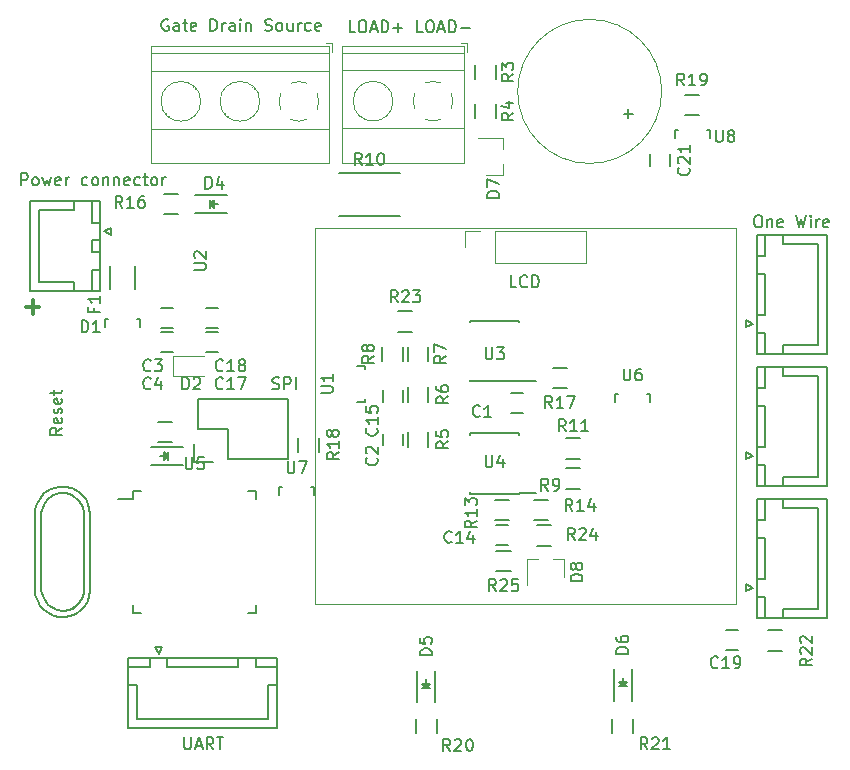
<source format=gbr>
G04 #@! TF.GenerationSoftware,KiCad,Pcbnew,(5.1.4)-1*
G04 #@! TF.CreationDate,2020-04-24T18:52:46+02:00*
G04 #@! TF.ProjectId,electronic_load,656c6563-7472-46f6-9e69-635f6c6f6164,rev?*
G04 #@! TF.SameCoordinates,Original*
G04 #@! TF.FileFunction,Legend,Top*
G04 #@! TF.FilePolarity,Positive*
%FSLAX46Y46*%
G04 Gerber Fmt 4.6, Leading zero omitted, Abs format (unit mm)*
G04 Created by KiCad (PCBNEW (5.1.4)-1) date 2020-04-24 18:52:46*
%MOMM*%
%LPD*%
G04 APERTURE LIST*
%ADD10C,0.300000*%
%ADD11C,0.120000*%
%ADD12C,0.150000*%
G04 APERTURE END LIST*
D10*
X46672571Y-93579142D02*
X47815428Y-93579142D01*
X47244000Y-94150571D02*
X47244000Y-93007714D01*
D11*
X71120000Y-118668800D02*
X71120000Y-86868000D01*
X106832400Y-118668800D02*
X71120000Y-118668800D01*
X106832400Y-86868000D02*
X106832400Y-118668800D01*
X71120000Y-86868000D02*
X106832400Y-86868000D01*
D12*
X107648000Y-117048000D02*
X108248000Y-117348000D01*
X107648000Y-117648000D02*
X107648000Y-117048000D01*
X108248000Y-117348000D02*
X107648000Y-117648000D01*
X113748000Y-110548000D02*
X113748000Y-114848000D01*
X110798000Y-110548000D02*
X113748000Y-110548000D01*
X110798000Y-109798000D02*
X110798000Y-110548000D01*
X113748000Y-119148000D02*
X113748000Y-114848000D01*
X110798000Y-119148000D02*
X113748000Y-119148000D01*
X110798000Y-119898000D02*
X110798000Y-119148000D01*
X108548000Y-109798000D02*
X108548000Y-111598000D01*
X109298000Y-109798000D02*
X108548000Y-109798000D01*
X109298000Y-111598000D02*
X109298000Y-109798000D01*
X108548000Y-111598000D02*
X109298000Y-111598000D01*
X108548000Y-118098000D02*
X108548000Y-119898000D01*
X109298000Y-118098000D02*
X108548000Y-118098000D01*
X109298000Y-119898000D02*
X109298000Y-118098000D01*
X108548000Y-119898000D02*
X109298000Y-119898000D01*
X108548000Y-113098000D02*
X108548000Y-116598000D01*
X109298000Y-113098000D02*
X108548000Y-113098000D01*
X109298000Y-116598000D02*
X109298000Y-113098000D01*
X108548000Y-116598000D02*
X109298000Y-116598000D01*
X108548000Y-109798000D02*
X108548000Y-119898000D01*
X114498000Y-109798000D02*
X108548000Y-109798000D01*
X114498000Y-119898000D02*
X114498000Y-109798000D01*
X108548000Y-119898000D02*
X114498000Y-119898000D01*
X107648000Y-105872000D02*
X108248000Y-106172000D01*
X107648000Y-106472000D02*
X107648000Y-105872000D01*
X108248000Y-106172000D02*
X107648000Y-106472000D01*
X113748000Y-99372000D02*
X113748000Y-103672000D01*
X110798000Y-99372000D02*
X113748000Y-99372000D01*
X110798000Y-98622000D02*
X110798000Y-99372000D01*
X113748000Y-107972000D02*
X113748000Y-103672000D01*
X110798000Y-107972000D02*
X113748000Y-107972000D01*
X110798000Y-108722000D02*
X110798000Y-107972000D01*
X108548000Y-98622000D02*
X108548000Y-100422000D01*
X109298000Y-98622000D02*
X108548000Y-98622000D01*
X109298000Y-100422000D02*
X109298000Y-98622000D01*
X108548000Y-100422000D02*
X109298000Y-100422000D01*
X108548000Y-106922000D02*
X108548000Y-108722000D01*
X109298000Y-106922000D02*
X108548000Y-106922000D01*
X109298000Y-108722000D02*
X109298000Y-106922000D01*
X108548000Y-108722000D02*
X109298000Y-108722000D01*
X108548000Y-101922000D02*
X108548000Y-105422000D01*
X109298000Y-101922000D02*
X108548000Y-101922000D01*
X109298000Y-105422000D02*
X109298000Y-101922000D01*
X108548000Y-105422000D02*
X109298000Y-105422000D01*
X108548000Y-98622000D02*
X108548000Y-108722000D01*
X114498000Y-98622000D02*
X108548000Y-98622000D01*
X114498000Y-108722000D02*
X114498000Y-98622000D01*
X108548000Y-108722000D02*
X114498000Y-108722000D01*
D11*
X100513000Y-75311000D02*
G75*
G03X100513000Y-75311000I-6100000J0D01*
G01*
D12*
X108548000Y-97546000D02*
X114498000Y-97546000D01*
X114498000Y-97546000D02*
X114498000Y-87446000D01*
X114498000Y-87446000D02*
X108548000Y-87446000D01*
X108548000Y-87446000D02*
X108548000Y-97546000D01*
X108548000Y-94246000D02*
X109298000Y-94246000D01*
X109298000Y-94246000D02*
X109298000Y-90746000D01*
X109298000Y-90746000D02*
X108548000Y-90746000D01*
X108548000Y-90746000D02*
X108548000Y-94246000D01*
X108548000Y-97546000D02*
X109298000Y-97546000D01*
X109298000Y-97546000D02*
X109298000Y-95746000D01*
X109298000Y-95746000D02*
X108548000Y-95746000D01*
X108548000Y-95746000D02*
X108548000Y-97546000D01*
X108548000Y-89246000D02*
X109298000Y-89246000D01*
X109298000Y-89246000D02*
X109298000Y-87446000D01*
X109298000Y-87446000D02*
X108548000Y-87446000D01*
X108548000Y-87446000D02*
X108548000Y-89246000D01*
X110798000Y-97546000D02*
X110798000Y-96796000D01*
X110798000Y-96796000D02*
X113748000Y-96796000D01*
X113748000Y-96796000D02*
X113748000Y-92496000D01*
X110798000Y-87446000D02*
X110798000Y-88196000D01*
X110798000Y-88196000D02*
X113748000Y-88196000D01*
X113748000Y-88196000D02*
X113748000Y-92496000D01*
X108248000Y-94996000D02*
X107648000Y-95296000D01*
X107648000Y-95296000D02*
X107648000Y-94696000D01*
X107648000Y-94696000D02*
X108248000Y-94996000D01*
X99480000Y-80637000D02*
X99480000Y-81637000D01*
X101180000Y-81637000D02*
X101180000Y-80637000D01*
X102463000Y-75579000D02*
X103663000Y-75579000D01*
X103663000Y-77329000D02*
X102463000Y-77329000D01*
X87722000Y-115937000D02*
X86522000Y-115937000D01*
X86522000Y-114187000D02*
X87722000Y-114187000D01*
D11*
X72599200Y-71249200D02*
X72099200Y-71249200D01*
X72599200Y-71989200D02*
X72599200Y-71249200D01*
X61026200Y-75126200D02*
X61073200Y-75080200D01*
X58729200Y-77424200D02*
X58764200Y-77388200D01*
X60833200Y-74910200D02*
X60868200Y-74875200D01*
X58524200Y-77218200D02*
X58571200Y-77172200D01*
X66026200Y-75126200D02*
X66073200Y-75080200D01*
X63729200Y-77424200D02*
X63764200Y-77388200D01*
X65833200Y-74910200D02*
X65868200Y-74875200D01*
X63524200Y-77218200D02*
X63571200Y-77172200D01*
X57239200Y-81410200D02*
X57239200Y-71489200D01*
X72359200Y-81410200D02*
X72359200Y-71489200D01*
X72359200Y-71489200D02*
X57239200Y-71489200D01*
X72359200Y-81410200D02*
X57239200Y-81410200D01*
X72359200Y-78450200D02*
X57239200Y-78450200D01*
X72359200Y-73549200D02*
X57239200Y-73549200D01*
X72359200Y-72049200D02*
X57239200Y-72049200D01*
X61479200Y-76149200D02*
G75*
G03X61479200Y-76149200I-1680000J0D01*
G01*
X66479200Y-76149200D02*
G75*
G03X66479200Y-76149200I-1680000J0D01*
G01*
X69770395Y-74468947D02*
G75*
G02X70483200Y-74614200I28805J-1680253D01*
G01*
X71334626Y-75466158D02*
G75*
G02X71334200Y-76833200I-1535426J-683042D01*
G01*
X70482242Y-77684626D02*
G75*
G02X69115200Y-77684200I-683042J1535426D01*
G01*
X68263774Y-76832242D02*
G75*
G02X68264200Y-75465200I1535426J683042D01*
G01*
X69115882Y-74614444D02*
G75*
G02X69799200Y-74469200I683318J-1534756D01*
G01*
D12*
X89951000Y-112028000D02*
X91151000Y-112028000D01*
X91151000Y-113778000D02*
X89951000Y-113778000D01*
D11*
X92258000Y-114937000D02*
X92258000Y-116397000D01*
X89098000Y-114937000D02*
X89098000Y-117097000D01*
X89098000Y-114937000D02*
X90028000Y-114937000D01*
X92258000Y-114937000D02*
X91328000Y-114937000D01*
X87104000Y-82418000D02*
X85644000Y-82418000D01*
X87104000Y-79258000D02*
X84944000Y-79258000D01*
X87104000Y-79258000D02*
X87104000Y-80188000D01*
X87104000Y-82418000D02*
X87104000Y-81488000D01*
D12*
X78203500Y-93930500D02*
X79403500Y-93930500D01*
X79403500Y-95680500D02*
X78203500Y-95680500D01*
X53789000Y-92062000D02*
X53789000Y-90062000D01*
X55939000Y-90062000D02*
X55939000Y-92062000D01*
X56363820Y-94581980D02*
X56363820Y-95283020D01*
X56163160Y-94581980D02*
X56363820Y-94581980D01*
X53364180Y-94581980D02*
X53613100Y-94581980D01*
X53364180Y-95283020D02*
X53364180Y-94581980D01*
X56163160Y-94581980D02*
X56114900Y-94581980D01*
X106989500Y-120943000D02*
X105989500Y-120943000D01*
X105989500Y-122643000D02*
X106989500Y-122643000D01*
X110706500Y-122668000D02*
X109506500Y-122668000D01*
X109506500Y-120918000D02*
X110706500Y-120918000D01*
X62611000Y-85186000D02*
X62261000Y-84836000D01*
X62611000Y-84486000D02*
X62611000Y-85186000D01*
X62261000Y-84836000D02*
X62611000Y-84486000D01*
X62611000Y-84836000D02*
X62961000Y-84836000D01*
X62261000Y-84486000D02*
X62261000Y-85186000D01*
X62511000Y-84736000D02*
X62361000Y-84886000D01*
X62511000Y-84986000D02*
X62511000Y-84736000D01*
X61011000Y-84086000D02*
X63711000Y-84086000D01*
X61011000Y-85586000D02*
X63711000Y-85586000D01*
X104623820Y-78579980D02*
X104623820Y-79281020D01*
X104423160Y-78579980D02*
X104623820Y-78579980D01*
X101624180Y-78579980D02*
X101873100Y-78579980D01*
X101624180Y-79281020D02*
X101624180Y-78579980D01*
X104423160Y-78579980D02*
X104374900Y-78579980D01*
X98093500Y-128429500D02*
X98093500Y-129629500D01*
X96343500Y-129629500D02*
X96343500Y-128429500D01*
X81456500Y-128429500D02*
X81456500Y-129629500D01*
X79706500Y-129629500D02*
X79706500Y-128429500D01*
X97568500Y-125285500D02*
X97218500Y-125635500D01*
X96868500Y-125285500D02*
X97568500Y-125285500D01*
X97218500Y-125635500D02*
X96868500Y-125285500D01*
X97218500Y-125285500D02*
X97218500Y-124935500D01*
X96868500Y-125635500D02*
X97568500Y-125635500D01*
X97118500Y-125385500D02*
X97268500Y-125535500D01*
X97368500Y-125385500D02*
X97118500Y-125385500D01*
X96468500Y-126885500D02*
X96468500Y-124185500D01*
X97968500Y-126885500D02*
X97968500Y-124185500D01*
X80931500Y-125442980D02*
X80581500Y-125792980D01*
X80231500Y-125442980D02*
X80931500Y-125442980D01*
X80581500Y-125792980D02*
X80231500Y-125442980D01*
X80581500Y-125442980D02*
X80581500Y-125092980D01*
X80231500Y-125792980D02*
X80931500Y-125792980D01*
X80481500Y-125542980D02*
X80631500Y-125692980D01*
X80731500Y-125542980D02*
X80481500Y-125542980D01*
X79831500Y-127042980D02*
X79831500Y-124342980D01*
X81331500Y-127042980D02*
X81331500Y-124342980D01*
X71093320Y-108775500D02*
X71093320Y-109476540D01*
X70892660Y-108775500D02*
X71093320Y-108775500D01*
X68093680Y-108775500D02*
X68342600Y-108775500D01*
X68093680Y-109476540D02*
X68093680Y-108775500D01*
X70892660Y-108775500D02*
X70844400Y-108775500D01*
X99543820Y-100931980D02*
X99543820Y-101633020D01*
X99343160Y-100931980D02*
X99543820Y-100931980D01*
X96544180Y-100931980D02*
X96793100Y-100931980D01*
X96544180Y-101633020D02*
X96544180Y-100931980D01*
X99343160Y-100931980D02*
X99294900Y-100931980D01*
X75374500Y-101573320D02*
X74673460Y-101573320D01*
X75374500Y-101372660D02*
X75374500Y-101573320D01*
X75374500Y-98573680D02*
X75374500Y-98822600D01*
X74673460Y-98573680D02*
X75374500Y-98573680D01*
X75374500Y-101372660D02*
X75374500Y-101324400D01*
X69737000Y-105822000D02*
X69737000Y-104622000D01*
X71487000Y-104622000D02*
X71487000Y-105822000D01*
X73168200Y-82198200D02*
X78368200Y-82198200D01*
X78368200Y-85848200D02*
X73168200Y-85848200D01*
X92482000Y-100443000D02*
X91282000Y-100443000D01*
X91282000Y-98693000D02*
X92482000Y-98693000D01*
X76874000Y-100576000D02*
X76874000Y-101576000D01*
X78574000Y-101576000D02*
X78574000Y-100576000D01*
X86495000Y-113753000D02*
X87495000Y-113753000D01*
X87495000Y-112053000D02*
X86495000Y-112053000D01*
X76874000Y-104275000D02*
X76874000Y-105275000D01*
X78574000Y-105275000D02*
X78574000Y-104275000D01*
X88765000Y-100877000D02*
X87765000Y-100877000D01*
X87765000Y-102577000D02*
X88765000Y-102577000D01*
X59594000Y-85706000D02*
X58394000Y-85706000D01*
X58394000Y-83956000D02*
X59594000Y-83956000D01*
X55362000Y-123280000D02*
X55362000Y-129230000D01*
X55362000Y-129230000D02*
X67962000Y-129230000D01*
X67962000Y-129230000D02*
X67962000Y-123280000D01*
X67962000Y-123280000D02*
X55362000Y-123280000D01*
X58662000Y-123280000D02*
X58662000Y-124030000D01*
X58662000Y-124030000D02*
X64662000Y-124030000D01*
X64662000Y-124030000D02*
X64662000Y-123280000D01*
X64662000Y-123280000D02*
X58662000Y-123280000D01*
X55362000Y-123280000D02*
X55362000Y-124030000D01*
X55362000Y-124030000D02*
X57162000Y-124030000D01*
X57162000Y-124030000D02*
X57162000Y-123280000D01*
X57162000Y-123280000D02*
X55362000Y-123280000D01*
X66162000Y-123280000D02*
X66162000Y-124030000D01*
X66162000Y-124030000D02*
X67962000Y-124030000D01*
X67962000Y-124030000D02*
X67962000Y-123280000D01*
X67962000Y-123280000D02*
X66162000Y-123280000D01*
X55362000Y-125530000D02*
X56112000Y-125530000D01*
X56112000Y-125530000D02*
X56112000Y-128480000D01*
X56112000Y-128480000D02*
X61662000Y-128480000D01*
X67962000Y-125530000D02*
X67212000Y-125530000D01*
X67212000Y-125530000D02*
X67212000Y-128480000D01*
X67212000Y-128480000D02*
X61662000Y-128480000D01*
X57912000Y-122980000D02*
X57612000Y-122380000D01*
X57612000Y-122380000D02*
X58212000Y-122380000D01*
X58212000Y-122380000D02*
X57912000Y-122980000D01*
D11*
X86435000Y-89798000D02*
X86435000Y-87138000D01*
X86435000Y-89798000D02*
X94115000Y-89798000D01*
X94115000Y-89798000D02*
X94115000Y-87138000D01*
X86435000Y-87138000D02*
X94115000Y-87138000D01*
X83835000Y-87138000D02*
X85165000Y-87138000D01*
X83835000Y-88468000D02*
X83835000Y-87138000D01*
D12*
X62968000Y-93638000D02*
X61968000Y-93638000D01*
X61968000Y-95338000D02*
X62968000Y-95338000D01*
X62968000Y-95670000D02*
X61968000Y-95670000D01*
X61968000Y-97370000D02*
X62968000Y-97370000D01*
X58158000Y-97370000D02*
X59158000Y-97370000D01*
X59158000Y-95670000D02*
X58158000Y-95670000D01*
X58158000Y-95338000D02*
X59158000Y-95338000D01*
X59158000Y-93638000D02*
X58158000Y-93638000D01*
X78599000Y-96936000D02*
X78599000Y-98136000D01*
X76849000Y-98136000D02*
X76849000Y-96936000D01*
X79008000Y-98136000D02*
X79008000Y-96936000D01*
X80758000Y-96936000D02*
X80758000Y-98136000D01*
X80758000Y-100365000D02*
X80758000Y-101565000D01*
X79008000Y-101565000D02*
X79008000Y-100365000D01*
X84723000Y-74260000D02*
X84723000Y-73060000D01*
X86473000Y-73060000D02*
X86473000Y-74260000D01*
X52996000Y-84612000D02*
X47046000Y-84612000D01*
X47046000Y-84612000D02*
X47046000Y-92212000D01*
X47046000Y-92212000D02*
X52996000Y-92212000D01*
X52996000Y-92212000D02*
X52996000Y-84612000D01*
X52996000Y-87912000D02*
X52246000Y-87912000D01*
X52246000Y-87912000D02*
X52246000Y-88912000D01*
X52246000Y-88912000D02*
X52996000Y-88912000D01*
X52996000Y-88912000D02*
X52996000Y-87912000D01*
X52996000Y-84612000D02*
X52246000Y-84612000D01*
X52246000Y-84612000D02*
X52246000Y-86412000D01*
X52246000Y-86412000D02*
X52996000Y-86412000D01*
X52996000Y-86412000D02*
X52996000Y-84612000D01*
X52996000Y-90412000D02*
X52246000Y-90412000D01*
X52246000Y-90412000D02*
X52246000Y-92212000D01*
X52246000Y-92212000D02*
X52996000Y-92212000D01*
X52996000Y-92212000D02*
X52996000Y-90412000D01*
X50746000Y-84612000D02*
X50746000Y-85362000D01*
X50746000Y-85362000D02*
X47796000Y-85362000D01*
X47796000Y-85362000D02*
X47796000Y-88412000D01*
X50746000Y-92212000D02*
X50746000Y-91462000D01*
X50746000Y-91462000D02*
X47796000Y-91462000D01*
X47796000Y-91462000D02*
X47796000Y-88412000D01*
X53296000Y-87162000D02*
X53896000Y-86862000D01*
X53896000Y-86862000D02*
X53896000Y-87462000D01*
X53896000Y-87462000D02*
X53296000Y-87162000D01*
X63754000Y-101346000D02*
X61214000Y-101346000D01*
X61214000Y-101346000D02*
X61214000Y-103886000D01*
X60934000Y-106706000D02*
X62484000Y-106706000D01*
X68834000Y-101346000D02*
X63754000Y-101346000D01*
X68834000Y-106426000D02*
X68834000Y-101346000D01*
X63754000Y-103886000D02*
X63754000Y-106426000D01*
X61214000Y-103886000D02*
X63754000Y-103886000D01*
X60934000Y-106706000D02*
X60934000Y-105156000D01*
X63754000Y-106426000D02*
X68834000Y-106426000D01*
D11*
X80469682Y-74601744D02*
G75*
G02X81153000Y-74456500I683318J-1534756D01*
G01*
X79617574Y-76819542D02*
G75*
G02X79618000Y-75452500I1535426J683042D01*
G01*
X81836042Y-77671926D02*
G75*
G02X80469000Y-77671500I-683042J1535426D01*
G01*
X82688426Y-75453458D02*
G75*
G02X82688000Y-76820500I-1535426J-683042D01*
G01*
X81124195Y-74456247D02*
G75*
G02X81837000Y-74601500I28805J-1680253D01*
G01*
X77753000Y-76136500D02*
G75*
G03X77753000Y-76136500I-1680000J0D01*
G01*
X83753000Y-72036500D02*
X73473000Y-72036500D01*
X83753000Y-73536500D02*
X73473000Y-73536500D01*
X83753000Y-78437500D02*
X73473000Y-78437500D01*
X83753000Y-81397500D02*
X73473000Y-81397500D01*
X83753000Y-71476500D02*
X73473000Y-71476500D01*
X83753000Y-81397500D02*
X83753000Y-71476500D01*
X73473000Y-81397500D02*
X73473000Y-71476500D01*
X74798000Y-77205500D02*
X74845000Y-77159500D01*
X77107000Y-74897500D02*
X77142000Y-74862500D01*
X75003000Y-77411500D02*
X75038000Y-77375500D01*
X77300000Y-75113500D02*
X77347000Y-75067500D01*
X83993000Y-71976500D02*
X83993000Y-71236500D01*
X83993000Y-71236500D02*
X83493000Y-71236500D01*
D12*
X52113180Y-111099600D02*
X52113180Y-117551200D01*
X47492920Y-117970300D02*
X47663100Y-118460520D01*
X47454820Y-117551200D02*
X47492920Y-117970300D01*
X47454820Y-111099600D02*
X47454820Y-117551200D01*
X52044600Y-118031260D02*
X52113180Y-117589300D01*
X51904900Y-118460520D02*
X52044600Y-118031260D01*
X51673760Y-118849140D02*
X51904900Y-118460520D01*
X51353720Y-119199660D02*
X51673760Y-118849140D01*
X50883820Y-119560340D02*
X51353720Y-119199660D01*
X50434240Y-119750840D02*
X50883820Y-119560340D01*
X49974500Y-119839740D02*
X50434240Y-119750840D01*
X49514760Y-119819420D02*
X49974500Y-119839740D01*
X49044860Y-119710200D02*
X49514760Y-119819420D01*
X48493680Y-119410480D02*
X49044860Y-119710200D01*
X48163480Y-119159020D02*
X48493680Y-119410480D01*
X47884080Y-118838980D02*
X48163480Y-119159020D01*
X47663100Y-118460520D02*
X47884080Y-118838980D01*
X47475140Y-110680500D02*
X47444660Y-111119920D01*
X47635160Y-110230920D02*
X47475140Y-110680500D01*
X47843440Y-109809280D02*
X47635160Y-110230920D01*
X48214280Y-109349540D02*
X47843440Y-109809280D01*
X48803560Y-108950760D02*
X48214280Y-109349540D01*
X49504600Y-108780580D02*
X48803560Y-108950760D01*
X50015140Y-108780580D02*
X49504600Y-108780580D01*
X50614580Y-108910120D02*
X50015140Y-108780580D01*
X51153060Y-109199680D02*
X50614580Y-108910120D01*
X51503580Y-109529880D02*
X51153060Y-109199680D01*
X51734720Y-109819440D02*
X51503580Y-109529880D01*
X51953160Y-110251240D02*
X51734720Y-109819440D01*
X52064920Y-110650020D02*
X51953160Y-110251240D01*
X52113180Y-111109760D02*
X52064920Y-110650020D01*
X51183540Y-118600220D02*
X50683160Y-119100600D01*
X51483260Y-118099840D02*
X51183540Y-118600220D01*
X51584860Y-117701060D02*
X51483260Y-118099840D01*
X51584860Y-111099600D02*
X51584860Y-117701060D01*
X51483260Y-110500160D02*
X51584860Y-111000540D01*
X51183540Y-109999780D02*
X51483260Y-110500160D01*
X50584100Y-109499400D02*
X51183540Y-109999780D01*
X50083720Y-109298740D02*
X50584100Y-109499400D01*
X49583340Y-109298740D02*
X50083720Y-109298740D01*
X48983900Y-109499400D02*
X49583340Y-109298740D01*
X48483520Y-109900720D02*
X48983900Y-109499400D01*
X48183800Y-110299500D02*
X48483520Y-109900720D01*
X47983140Y-111000540D02*
X48183800Y-110299500D01*
X47983140Y-117599460D02*
X47983140Y-111000540D01*
X48183800Y-118198900D02*
X47983140Y-117599460D01*
X48585120Y-118800880D02*
X48183800Y-118198900D01*
X49283620Y-119199660D02*
X48585120Y-118800880D01*
X49784000Y-119301260D02*
X49283620Y-119199660D01*
X50383440Y-119199660D02*
X49784000Y-119301260D01*
X50784760Y-118999000D02*
X50383440Y-119199660D01*
X55785000Y-109125000D02*
X55785000Y-109800000D01*
X66135000Y-109125000D02*
X66135000Y-109800000D01*
X66135000Y-119475000D02*
X66135000Y-118800000D01*
X55785000Y-119475000D02*
X55785000Y-118800000D01*
X55785000Y-109125000D02*
X56460000Y-109125000D01*
X55785000Y-119475000D02*
X56460000Y-119475000D01*
X66135000Y-119475000D02*
X65460000Y-119475000D01*
X66135000Y-109125000D02*
X65460000Y-109125000D01*
X55785000Y-109800000D02*
X54510000Y-109800000D01*
X88435000Y-109332000D02*
X89835000Y-109332000D01*
X88435000Y-104232000D02*
X84285000Y-104232000D01*
X88435000Y-109382000D02*
X84285000Y-109382000D01*
X88435000Y-104232000D02*
X88435000Y-104377000D01*
X84285000Y-104232000D02*
X84285000Y-104377000D01*
X84285000Y-109382000D02*
X84285000Y-109237000D01*
X88435000Y-109382000D02*
X88435000Y-109332000D01*
X88435000Y-99857000D02*
X88435000Y-99807000D01*
X84285000Y-99857000D02*
X84285000Y-99712000D01*
X84285000Y-94707000D02*
X84285000Y-94852000D01*
X88435000Y-94707000D02*
X88435000Y-94852000D01*
X88435000Y-99857000D02*
X84285000Y-99857000D01*
X88435000Y-94707000D02*
X84285000Y-94707000D01*
X88435000Y-99807000D02*
X89835000Y-99807000D01*
X92425000Y-107202000D02*
X93625000Y-107202000D01*
X93625000Y-108952000D02*
X92425000Y-108952000D01*
X86395000Y-109869000D02*
X87595000Y-109869000D01*
X87595000Y-111619000D02*
X86395000Y-111619000D01*
X93630000Y-106412000D02*
X92430000Y-106412000D01*
X92430000Y-104662000D02*
X93630000Y-104662000D01*
X90897000Y-111619000D02*
X89697000Y-111619000D01*
X89697000Y-109869000D02*
X90897000Y-109869000D01*
X80758000Y-104175000D02*
X80758000Y-105375000D01*
X79008000Y-105375000D02*
X79008000Y-104175000D01*
X84723000Y-77562000D02*
X84723000Y-76362000D01*
X86473000Y-76362000D02*
X86473000Y-77562000D01*
X59086000Y-105015000D02*
X57886000Y-105015000D01*
X57886000Y-103265000D02*
X59086000Y-103265000D01*
X58386980Y-105822000D02*
X58736980Y-106172000D01*
X58386980Y-106522000D02*
X58386980Y-105822000D01*
X58736980Y-106172000D02*
X58386980Y-106522000D01*
X58386980Y-106172000D02*
X58036980Y-106172000D01*
X58736980Y-106522000D02*
X58736980Y-105822000D01*
X58486980Y-106272000D02*
X58636980Y-106122000D01*
X58486980Y-106022000D02*
X58486980Y-106272000D01*
X59986980Y-106922000D02*
X57286980Y-106922000D01*
X59986980Y-105422000D02*
X57286980Y-105422000D01*
D11*
X59172000Y-97702000D02*
X61722000Y-97702000D01*
X59172000Y-99402000D02*
X61722000Y-99402000D01*
X59172000Y-97702000D02*
X59172000Y-99402000D01*
D12*
X97282047Y-77182428D02*
X98043952Y-77182428D01*
X97663000Y-77563380D02*
X97663000Y-76801476D01*
X108601238Y-85812380D02*
X108791714Y-85812380D01*
X108886952Y-85860000D01*
X108982190Y-85955238D01*
X109029809Y-86145714D01*
X109029809Y-86479047D01*
X108982190Y-86669523D01*
X108886952Y-86764761D01*
X108791714Y-86812380D01*
X108601238Y-86812380D01*
X108506000Y-86764761D01*
X108410761Y-86669523D01*
X108363142Y-86479047D01*
X108363142Y-86145714D01*
X108410761Y-85955238D01*
X108506000Y-85860000D01*
X108601238Y-85812380D01*
X109458380Y-86145714D02*
X109458380Y-86812380D01*
X109458380Y-86240952D02*
X109506000Y-86193333D01*
X109601238Y-86145714D01*
X109744095Y-86145714D01*
X109839333Y-86193333D01*
X109886952Y-86288571D01*
X109886952Y-86812380D01*
X110744095Y-86764761D02*
X110648857Y-86812380D01*
X110458380Y-86812380D01*
X110363142Y-86764761D01*
X110315523Y-86669523D01*
X110315523Y-86288571D01*
X110363142Y-86193333D01*
X110458380Y-86145714D01*
X110648857Y-86145714D01*
X110744095Y-86193333D01*
X110791714Y-86288571D01*
X110791714Y-86383809D01*
X110315523Y-86479047D01*
X111886952Y-85812380D02*
X112125047Y-86812380D01*
X112315523Y-86098095D01*
X112506000Y-86812380D01*
X112744095Y-85812380D01*
X113125047Y-86812380D02*
X113125047Y-86145714D01*
X113125047Y-85812380D02*
X113077428Y-85860000D01*
X113125047Y-85907619D01*
X113172666Y-85860000D01*
X113125047Y-85812380D01*
X113125047Y-85907619D01*
X113601238Y-86812380D02*
X113601238Y-86145714D01*
X113601238Y-86336190D02*
X113648857Y-86240952D01*
X113696476Y-86193333D01*
X113791714Y-86145714D01*
X113886952Y-86145714D01*
X114601238Y-86764761D02*
X114506000Y-86812380D01*
X114315523Y-86812380D01*
X114220285Y-86764761D01*
X114172666Y-86669523D01*
X114172666Y-86288571D01*
X114220285Y-86193333D01*
X114315523Y-86145714D01*
X114506000Y-86145714D01*
X114601238Y-86193333D01*
X114648857Y-86288571D01*
X114648857Y-86383809D01*
X114172666Y-86479047D01*
X102787142Y-81779857D02*
X102834761Y-81827476D01*
X102882380Y-81970333D01*
X102882380Y-82065571D01*
X102834761Y-82208428D01*
X102739523Y-82303666D01*
X102644285Y-82351285D01*
X102453809Y-82398904D01*
X102310952Y-82398904D01*
X102120476Y-82351285D01*
X102025238Y-82303666D01*
X101930000Y-82208428D01*
X101882380Y-82065571D01*
X101882380Y-81970333D01*
X101930000Y-81827476D01*
X101977619Y-81779857D01*
X101977619Y-81398904D02*
X101930000Y-81351285D01*
X101882380Y-81256047D01*
X101882380Y-81017952D01*
X101930000Y-80922714D01*
X101977619Y-80875095D01*
X102072857Y-80827476D01*
X102168095Y-80827476D01*
X102310952Y-80875095D01*
X102882380Y-81446523D01*
X102882380Y-80827476D01*
X102882380Y-79875095D02*
X102882380Y-80446523D01*
X102882380Y-80160809D02*
X101882380Y-80160809D01*
X102025238Y-80256047D01*
X102120476Y-80351285D01*
X102168095Y-80446523D01*
X102420142Y-74806380D02*
X102086809Y-74330190D01*
X101848714Y-74806380D02*
X101848714Y-73806380D01*
X102229666Y-73806380D01*
X102324904Y-73854000D01*
X102372523Y-73901619D01*
X102420142Y-73996857D01*
X102420142Y-74139714D01*
X102372523Y-74234952D01*
X102324904Y-74282571D01*
X102229666Y-74330190D01*
X101848714Y-74330190D01*
X103372523Y-74806380D02*
X102801095Y-74806380D01*
X103086809Y-74806380D02*
X103086809Y-73806380D01*
X102991571Y-73949238D01*
X102896333Y-74044476D01*
X102801095Y-74092095D01*
X103848714Y-74806380D02*
X104039190Y-74806380D01*
X104134428Y-74758761D01*
X104182047Y-74711142D01*
X104277285Y-74568285D01*
X104324904Y-74377809D01*
X104324904Y-73996857D01*
X104277285Y-73901619D01*
X104229666Y-73854000D01*
X104134428Y-73806380D01*
X103943952Y-73806380D01*
X103848714Y-73854000D01*
X103801095Y-73901619D01*
X103753476Y-73996857D01*
X103753476Y-74234952D01*
X103801095Y-74330190D01*
X103848714Y-74377809D01*
X103943952Y-74425428D01*
X104134428Y-74425428D01*
X104229666Y-74377809D01*
X104277285Y-74330190D01*
X104324904Y-74234952D01*
X86479142Y-117614380D02*
X86145809Y-117138190D01*
X85907714Y-117614380D02*
X85907714Y-116614380D01*
X86288666Y-116614380D01*
X86383904Y-116662000D01*
X86431523Y-116709619D01*
X86479142Y-116804857D01*
X86479142Y-116947714D01*
X86431523Y-117042952D01*
X86383904Y-117090571D01*
X86288666Y-117138190D01*
X85907714Y-117138190D01*
X86860095Y-116709619D02*
X86907714Y-116662000D01*
X87002952Y-116614380D01*
X87241047Y-116614380D01*
X87336285Y-116662000D01*
X87383904Y-116709619D01*
X87431523Y-116804857D01*
X87431523Y-116900095D01*
X87383904Y-117042952D01*
X86812476Y-117614380D01*
X87431523Y-117614380D01*
X88336285Y-116614380D02*
X87860095Y-116614380D01*
X87812476Y-117090571D01*
X87860095Y-117042952D01*
X87955333Y-116995333D01*
X88193428Y-116995333D01*
X88288666Y-117042952D01*
X88336285Y-117090571D01*
X88383904Y-117185809D01*
X88383904Y-117423904D01*
X88336285Y-117519142D01*
X88288666Y-117566761D01*
X88193428Y-117614380D01*
X87955333Y-117614380D01*
X87860095Y-117566761D01*
X87812476Y-117519142D01*
X58730333Y-69223000D02*
X58635095Y-69175380D01*
X58492238Y-69175380D01*
X58349380Y-69223000D01*
X58254142Y-69318238D01*
X58206523Y-69413476D01*
X58158904Y-69603952D01*
X58158904Y-69746809D01*
X58206523Y-69937285D01*
X58254142Y-70032523D01*
X58349380Y-70127761D01*
X58492238Y-70175380D01*
X58587476Y-70175380D01*
X58730333Y-70127761D01*
X58777952Y-70080142D01*
X58777952Y-69746809D01*
X58587476Y-69746809D01*
X59635095Y-70175380D02*
X59635095Y-69651571D01*
X59587476Y-69556333D01*
X59492238Y-69508714D01*
X59301761Y-69508714D01*
X59206523Y-69556333D01*
X59635095Y-70127761D02*
X59539857Y-70175380D01*
X59301761Y-70175380D01*
X59206523Y-70127761D01*
X59158904Y-70032523D01*
X59158904Y-69937285D01*
X59206523Y-69842047D01*
X59301761Y-69794428D01*
X59539857Y-69794428D01*
X59635095Y-69746809D01*
X59968428Y-69508714D02*
X60349380Y-69508714D01*
X60111285Y-69175380D02*
X60111285Y-70032523D01*
X60158904Y-70127761D01*
X60254142Y-70175380D01*
X60349380Y-70175380D01*
X61063666Y-70127761D02*
X60968428Y-70175380D01*
X60777952Y-70175380D01*
X60682714Y-70127761D01*
X60635095Y-70032523D01*
X60635095Y-69651571D01*
X60682714Y-69556333D01*
X60777952Y-69508714D01*
X60968428Y-69508714D01*
X61063666Y-69556333D01*
X61111285Y-69651571D01*
X61111285Y-69746809D01*
X60635095Y-69842047D01*
X62301761Y-70175380D02*
X62301761Y-69175380D01*
X62539857Y-69175380D01*
X62682714Y-69223000D01*
X62777952Y-69318238D01*
X62825571Y-69413476D01*
X62873190Y-69603952D01*
X62873190Y-69746809D01*
X62825571Y-69937285D01*
X62777952Y-70032523D01*
X62682714Y-70127761D01*
X62539857Y-70175380D01*
X62301761Y-70175380D01*
X63301761Y-70175380D02*
X63301761Y-69508714D01*
X63301761Y-69699190D02*
X63349380Y-69603952D01*
X63396999Y-69556333D01*
X63492238Y-69508714D01*
X63587476Y-69508714D01*
X64349380Y-70175380D02*
X64349380Y-69651571D01*
X64301761Y-69556333D01*
X64206523Y-69508714D01*
X64016047Y-69508714D01*
X63920809Y-69556333D01*
X64349380Y-70127761D02*
X64254142Y-70175380D01*
X64016047Y-70175380D01*
X63920809Y-70127761D01*
X63873190Y-70032523D01*
X63873190Y-69937285D01*
X63920809Y-69842047D01*
X64016047Y-69794428D01*
X64254142Y-69794428D01*
X64349380Y-69746809D01*
X64825571Y-70175380D02*
X64825571Y-69508714D01*
X64825571Y-69175380D02*
X64777952Y-69223000D01*
X64825571Y-69270619D01*
X64873190Y-69223000D01*
X64825571Y-69175380D01*
X64825571Y-69270619D01*
X65301761Y-69508714D02*
X65301761Y-70175380D01*
X65301761Y-69603952D02*
X65349380Y-69556333D01*
X65444619Y-69508714D01*
X65587476Y-69508714D01*
X65682714Y-69556333D01*
X65730333Y-69651571D01*
X65730333Y-70175380D01*
X66920809Y-70127761D02*
X67063666Y-70175380D01*
X67301761Y-70175380D01*
X67397000Y-70127761D01*
X67444619Y-70080142D01*
X67492238Y-69984904D01*
X67492238Y-69889666D01*
X67444619Y-69794428D01*
X67397000Y-69746809D01*
X67301761Y-69699190D01*
X67111285Y-69651571D01*
X67016047Y-69603952D01*
X66968428Y-69556333D01*
X66920809Y-69461095D01*
X66920809Y-69365857D01*
X66968428Y-69270619D01*
X67016047Y-69223000D01*
X67111285Y-69175380D01*
X67349380Y-69175380D01*
X67492238Y-69223000D01*
X68063666Y-70175380D02*
X67968428Y-70127761D01*
X67920809Y-70080142D01*
X67873190Y-69984904D01*
X67873190Y-69699190D01*
X67920809Y-69603952D01*
X67968428Y-69556333D01*
X68063666Y-69508714D01*
X68206523Y-69508714D01*
X68301761Y-69556333D01*
X68349380Y-69603952D01*
X68397000Y-69699190D01*
X68397000Y-69984904D01*
X68349380Y-70080142D01*
X68301761Y-70127761D01*
X68206523Y-70175380D01*
X68063666Y-70175380D01*
X69254142Y-69508714D02*
X69254142Y-70175380D01*
X68825571Y-69508714D02*
X68825571Y-70032523D01*
X68873190Y-70127761D01*
X68968428Y-70175380D01*
X69111285Y-70175380D01*
X69206523Y-70127761D01*
X69254142Y-70080142D01*
X69730333Y-70175380D02*
X69730333Y-69508714D01*
X69730333Y-69699190D02*
X69777952Y-69603952D01*
X69825571Y-69556333D01*
X69920809Y-69508714D01*
X70016047Y-69508714D01*
X70777952Y-70127761D02*
X70682714Y-70175380D01*
X70492238Y-70175380D01*
X70397000Y-70127761D01*
X70349380Y-70080142D01*
X70301761Y-69984904D01*
X70301761Y-69699190D01*
X70349380Y-69603952D01*
X70397000Y-69556333D01*
X70492238Y-69508714D01*
X70682714Y-69508714D01*
X70777952Y-69556333D01*
X71587476Y-70127761D02*
X71492238Y-70175380D01*
X71301761Y-70175380D01*
X71206523Y-70127761D01*
X71158904Y-70032523D01*
X71158904Y-69651571D01*
X71206523Y-69556333D01*
X71301761Y-69508714D01*
X71492238Y-69508714D01*
X71587476Y-69556333D01*
X71635095Y-69651571D01*
X71635095Y-69746809D01*
X71158904Y-69842047D01*
X93146642Y-113291880D02*
X92813309Y-112815690D01*
X92575214Y-113291880D02*
X92575214Y-112291880D01*
X92956166Y-112291880D01*
X93051404Y-112339500D01*
X93099023Y-112387119D01*
X93146642Y-112482357D01*
X93146642Y-112625214D01*
X93099023Y-112720452D01*
X93051404Y-112768071D01*
X92956166Y-112815690D01*
X92575214Y-112815690D01*
X93527595Y-112387119D02*
X93575214Y-112339500D01*
X93670452Y-112291880D01*
X93908547Y-112291880D01*
X94003785Y-112339500D01*
X94051404Y-112387119D01*
X94099023Y-112482357D01*
X94099023Y-112577595D01*
X94051404Y-112720452D01*
X93479976Y-113291880D01*
X94099023Y-113291880D01*
X94956166Y-112625214D02*
X94956166Y-113291880D01*
X94718071Y-112244261D02*
X94479976Y-112958547D01*
X95099023Y-112958547D01*
X93797380Y-116752595D02*
X92797380Y-116752595D01*
X92797380Y-116514500D01*
X92845000Y-116371642D01*
X92940238Y-116276404D01*
X93035476Y-116228785D01*
X93225952Y-116181166D01*
X93368809Y-116181166D01*
X93559285Y-116228785D01*
X93654523Y-116276404D01*
X93749761Y-116371642D01*
X93797380Y-116514500D01*
X93797380Y-116752595D01*
X93225952Y-115609738D02*
X93178333Y-115704976D01*
X93130714Y-115752595D01*
X93035476Y-115800214D01*
X92987857Y-115800214D01*
X92892619Y-115752595D01*
X92845000Y-115704976D01*
X92797380Y-115609738D01*
X92797380Y-115419261D01*
X92845000Y-115324023D01*
X92892619Y-115276404D01*
X92987857Y-115228785D01*
X93035476Y-115228785D01*
X93130714Y-115276404D01*
X93178333Y-115324023D01*
X93225952Y-115419261D01*
X93225952Y-115609738D01*
X93273571Y-115704976D01*
X93321190Y-115752595D01*
X93416428Y-115800214D01*
X93606904Y-115800214D01*
X93702142Y-115752595D01*
X93749761Y-115704976D01*
X93797380Y-115609738D01*
X93797380Y-115419261D01*
X93749761Y-115324023D01*
X93702142Y-115276404D01*
X93606904Y-115228785D01*
X93416428Y-115228785D01*
X93321190Y-115276404D01*
X93273571Y-115324023D01*
X93225952Y-115419261D01*
X86748880Y-84304095D02*
X85748880Y-84304095D01*
X85748880Y-84066000D01*
X85796500Y-83923142D01*
X85891738Y-83827904D01*
X85986976Y-83780285D01*
X86177452Y-83732666D01*
X86320309Y-83732666D01*
X86510785Y-83780285D01*
X86606023Y-83827904D01*
X86701261Y-83923142D01*
X86748880Y-84066000D01*
X86748880Y-84304095D01*
X85748880Y-83399333D02*
X85748880Y-82732666D01*
X86748880Y-83161238D01*
X78160642Y-93157880D02*
X77827309Y-92681690D01*
X77589214Y-93157880D02*
X77589214Y-92157880D01*
X77970166Y-92157880D01*
X78065404Y-92205500D01*
X78113023Y-92253119D01*
X78160642Y-92348357D01*
X78160642Y-92491214D01*
X78113023Y-92586452D01*
X78065404Y-92634071D01*
X77970166Y-92681690D01*
X77589214Y-92681690D01*
X78541595Y-92253119D02*
X78589214Y-92205500D01*
X78684452Y-92157880D01*
X78922547Y-92157880D01*
X79017785Y-92205500D01*
X79065404Y-92253119D01*
X79113023Y-92348357D01*
X79113023Y-92443595D01*
X79065404Y-92586452D01*
X78493976Y-93157880D01*
X79113023Y-93157880D01*
X79446357Y-92157880D02*
X80065404Y-92157880D01*
X79732071Y-92538833D01*
X79874928Y-92538833D01*
X79970166Y-92586452D01*
X80017785Y-92634071D01*
X80065404Y-92729309D01*
X80065404Y-92967404D01*
X80017785Y-93062642D01*
X79970166Y-93110261D01*
X79874928Y-93157880D01*
X79589214Y-93157880D01*
X79493976Y-93110261D01*
X79446357Y-93062642D01*
X52443071Y-93678333D02*
X52443071Y-94011666D01*
X52966880Y-94011666D02*
X51966880Y-94011666D01*
X51966880Y-93535476D01*
X52966880Y-92630714D02*
X52966880Y-93202142D01*
X52966880Y-92916428D02*
X51966880Y-92916428D01*
X52109738Y-93011666D01*
X52204976Y-93106904D01*
X52252595Y-93202142D01*
X51395404Y-95702380D02*
X51395404Y-94702380D01*
X51633500Y-94702380D01*
X51776357Y-94750000D01*
X51871595Y-94845238D01*
X51919214Y-94940476D01*
X51966833Y-95130952D01*
X51966833Y-95273809D01*
X51919214Y-95464285D01*
X51871595Y-95559523D01*
X51776357Y-95654761D01*
X51633500Y-95702380D01*
X51395404Y-95702380D01*
X52919214Y-95702380D02*
X52347785Y-95702380D01*
X52633500Y-95702380D02*
X52633500Y-94702380D01*
X52538261Y-94845238D01*
X52443023Y-94940476D01*
X52347785Y-94988095D01*
X105275142Y-124055142D02*
X105227523Y-124102761D01*
X105084666Y-124150380D01*
X104989428Y-124150380D01*
X104846571Y-124102761D01*
X104751333Y-124007523D01*
X104703714Y-123912285D01*
X104656095Y-123721809D01*
X104656095Y-123578952D01*
X104703714Y-123388476D01*
X104751333Y-123293238D01*
X104846571Y-123198000D01*
X104989428Y-123150380D01*
X105084666Y-123150380D01*
X105227523Y-123198000D01*
X105275142Y-123245619D01*
X106227523Y-124150380D02*
X105656095Y-124150380D01*
X105941809Y-124150380D02*
X105941809Y-123150380D01*
X105846571Y-123293238D01*
X105751333Y-123388476D01*
X105656095Y-123436095D01*
X106703714Y-124150380D02*
X106894190Y-124150380D01*
X106989428Y-124102761D01*
X107037047Y-124055142D01*
X107132285Y-123912285D01*
X107179904Y-123721809D01*
X107179904Y-123340857D01*
X107132285Y-123245619D01*
X107084666Y-123198000D01*
X106989428Y-123150380D01*
X106798952Y-123150380D01*
X106703714Y-123198000D01*
X106656095Y-123245619D01*
X106608476Y-123340857D01*
X106608476Y-123578952D01*
X106656095Y-123674190D01*
X106703714Y-123721809D01*
X106798952Y-123769428D01*
X106989428Y-123769428D01*
X107084666Y-123721809D01*
X107132285Y-123674190D01*
X107179904Y-123578952D01*
X60920380Y-90423904D02*
X61729904Y-90423904D01*
X61825142Y-90376285D01*
X61872761Y-90328666D01*
X61920380Y-90233428D01*
X61920380Y-90042952D01*
X61872761Y-89947714D01*
X61825142Y-89900095D01*
X61729904Y-89852476D01*
X60920380Y-89852476D01*
X61015619Y-89423904D02*
X60968000Y-89376285D01*
X60920380Y-89281047D01*
X60920380Y-89042952D01*
X60968000Y-88947714D01*
X61015619Y-88900095D01*
X61110857Y-88852476D01*
X61206095Y-88852476D01*
X61348952Y-88900095D01*
X61920380Y-89471523D01*
X61920380Y-88852476D01*
X113228380Y-123324857D02*
X112752190Y-123658190D01*
X113228380Y-123896285D02*
X112228380Y-123896285D01*
X112228380Y-123515333D01*
X112276000Y-123420095D01*
X112323619Y-123372476D01*
X112418857Y-123324857D01*
X112561714Y-123324857D01*
X112656952Y-123372476D01*
X112704571Y-123420095D01*
X112752190Y-123515333D01*
X112752190Y-123896285D01*
X112323619Y-122943904D02*
X112276000Y-122896285D01*
X112228380Y-122801047D01*
X112228380Y-122562952D01*
X112276000Y-122467714D01*
X112323619Y-122420095D01*
X112418857Y-122372476D01*
X112514095Y-122372476D01*
X112656952Y-122420095D01*
X113228380Y-122991523D01*
X113228380Y-122372476D01*
X112323619Y-121991523D02*
X112276000Y-121943904D01*
X112228380Y-121848666D01*
X112228380Y-121610571D01*
X112276000Y-121515333D01*
X112323619Y-121467714D01*
X112418857Y-121420095D01*
X112514095Y-121420095D01*
X112656952Y-121467714D01*
X113228380Y-122039142D01*
X113228380Y-121420095D01*
X61872904Y-83538380D02*
X61872904Y-82538380D01*
X62111000Y-82538380D01*
X62253857Y-82586000D01*
X62349095Y-82681238D01*
X62396714Y-82776476D01*
X62444333Y-82966952D01*
X62444333Y-83109809D01*
X62396714Y-83300285D01*
X62349095Y-83395523D01*
X62253857Y-83490761D01*
X62111000Y-83538380D01*
X61872904Y-83538380D01*
X63301476Y-82871714D02*
X63301476Y-83538380D01*
X63063380Y-82490761D02*
X62825285Y-83205047D01*
X63444333Y-83205047D01*
X105092595Y-78573380D02*
X105092595Y-79382904D01*
X105140214Y-79478142D01*
X105187833Y-79525761D01*
X105283071Y-79573380D01*
X105473547Y-79573380D01*
X105568785Y-79525761D01*
X105616404Y-79478142D01*
X105664023Y-79382904D01*
X105664023Y-78573380D01*
X106283071Y-79001952D02*
X106187833Y-78954333D01*
X106140214Y-78906714D01*
X106092595Y-78811476D01*
X106092595Y-78763857D01*
X106140214Y-78668619D01*
X106187833Y-78621000D01*
X106283071Y-78573380D01*
X106473547Y-78573380D01*
X106568785Y-78621000D01*
X106616404Y-78668619D01*
X106664023Y-78763857D01*
X106664023Y-78811476D01*
X106616404Y-78906714D01*
X106568785Y-78954333D01*
X106473547Y-79001952D01*
X106283071Y-79001952D01*
X106187833Y-79049571D01*
X106140214Y-79097190D01*
X106092595Y-79192428D01*
X106092595Y-79382904D01*
X106140214Y-79478142D01*
X106187833Y-79525761D01*
X106283071Y-79573380D01*
X106473547Y-79573380D01*
X106568785Y-79525761D01*
X106616404Y-79478142D01*
X106664023Y-79382904D01*
X106664023Y-79192428D01*
X106616404Y-79097190D01*
X106568785Y-79049571D01*
X106473547Y-79001952D01*
X99306142Y-131008380D02*
X98972809Y-130532190D01*
X98734714Y-131008380D02*
X98734714Y-130008380D01*
X99115666Y-130008380D01*
X99210904Y-130056000D01*
X99258523Y-130103619D01*
X99306142Y-130198857D01*
X99306142Y-130341714D01*
X99258523Y-130436952D01*
X99210904Y-130484571D01*
X99115666Y-130532190D01*
X98734714Y-130532190D01*
X99687095Y-130103619D02*
X99734714Y-130056000D01*
X99829952Y-130008380D01*
X100068047Y-130008380D01*
X100163285Y-130056000D01*
X100210904Y-130103619D01*
X100258523Y-130198857D01*
X100258523Y-130294095D01*
X100210904Y-130436952D01*
X99639476Y-131008380D01*
X100258523Y-131008380D01*
X101210904Y-131008380D02*
X100639476Y-131008380D01*
X100925190Y-131008380D02*
X100925190Y-130008380D01*
X100829952Y-130151238D01*
X100734714Y-130246476D01*
X100639476Y-130294095D01*
X82605642Y-131135380D02*
X82272309Y-130659190D01*
X82034214Y-131135380D02*
X82034214Y-130135380D01*
X82415166Y-130135380D01*
X82510404Y-130183000D01*
X82558023Y-130230619D01*
X82605642Y-130325857D01*
X82605642Y-130468714D01*
X82558023Y-130563952D01*
X82510404Y-130611571D01*
X82415166Y-130659190D01*
X82034214Y-130659190D01*
X82986595Y-130230619D02*
X83034214Y-130183000D01*
X83129452Y-130135380D01*
X83367547Y-130135380D01*
X83462785Y-130183000D01*
X83510404Y-130230619D01*
X83558023Y-130325857D01*
X83558023Y-130421095D01*
X83510404Y-130563952D01*
X82938976Y-131135380D01*
X83558023Y-131135380D01*
X84177071Y-130135380D02*
X84272309Y-130135380D01*
X84367547Y-130183000D01*
X84415166Y-130230619D01*
X84462785Y-130325857D01*
X84510404Y-130516333D01*
X84510404Y-130754428D01*
X84462785Y-130944904D01*
X84415166Y-131040142D01*
X84367547Y-131087761D01*
X84272309Y-131135380D01*
X84177071Y-131135380D01*
X84081833Y-131087761D01*
X84034214Y-131040142D01*
X83986595Y-130944904D01*
X83938976Y-130754428D01*
X83938976Y-130516333D01*
X83986595Y-130325857D01*
X84034214Y-130230619D01*
X84081833Y-130183000D01*
X84177071Y-130135380D01*
X97670880Y-122912095D02*
X96670880Y-122912095D01*
X96670880Y-122674000D01*
X96718500Y-122531142D01*
X96813738Y-122435904D01*
X96908976Y-122388285D01*
X97099452Y-122340666D01*
X97242309Y-122340666D01*
X97432785Y-122388285D01*
X97528023Y-122435904D01*
X97623261Y-122531142D01*
X97670880Y-122674000D01*
X97670880Y-122912095D01*
X96670880Y-121483523D02*
X96670880Y-121674000D01*
X96718500Y-121769238D01*
X96766119Y-121816857D01*
X96908976Y-121912095D01*
X97099452Y-121959714D01*
X97480404Y-121959714D01*
X97575642Y-121912095D01*
X97623261Y-121864476D01*
X97670880Y-121769238D01*
X97670880Y-121578761D01*
X97623261Y-121483523D01*
X97575642Y-121435904D01*
X97480404Y-121388285D01*
X97242309Y-121388285D01*
X97147071Y-121435904D01*
X97099452Y-121483523D01*
X97051833Y-121578761D01*
X97051833Y-121769238D01*
X97099452Y-121864476D01*
X97147071Y-121912095D01*
X97242309Y-121959714D01*
X81033880Y-123039095D02*
X80033880Y-123039095D01*
X80033880Y-122801000D01*
X80081500Y-122658142D01*
X80176738Y-122562904D01*
X80271976Y-122515285D01*
X80462452Y-122467666D01*
X80605309Y-122467666D01*
X80795785Y-122515285D01*
X80891023Y-122562904D01*
X80986261Y-122658142D01*
X81033880Y-122801000D01*
X81033880Y-123039095D01*
X80033880Y-121562904D02*
X80033880Y-122039095D01*
X80510071Y-122086714D01*
X80462452Y-122039095D01*
X80414833Y-121943857D01*
X80414833Y-121705761D01*
X80462452Y-121610523D01*
X80510071Y-121562904D01*
X80605309Y-121515285D01*
X80843404Y-121515285D01*
X80938642Y-121562904D01*
X80986261Y-121610523D01*
X81033880Y-121705761D01*
X81033880Y-121943857D01*
X80986261Y-122039095D01*
X80938642Y-122086714D01*
X68831595Y-106628120D02*
X68831595Y-107437644D01*
X68879214Y-107532882D01*
X68926833Y-107580501D01*
X69022071Y-107628120D01*
X69212547Y-107628120D01*
X69307785Y-107580501D01*
X69355404Y-107532882D01*
X69403023Y-107437644D01*
X69403023Y-106628120D01*
X69783976Y-106628120D02*
X70450642Y-106628120D01*
X70022071Y-107628120D01*
X97282095Y-98784600D02*
X97282095Y-99594124D01*
X97329714Y-99689362D01*
X97377333Y-99736981D01*
X97472571Y-99784600D01*
X97663047Y-99784600D01*
X97758285Y-99736981D01*
X97805904Y-99689362D01*
X97853523Y-99594124D01*
X97853523Y-98784600D01*
X98758285Y-98784600D02*
X98567809Y-98784600D01*
X98472571Y-98832220D01*
X98424952Y-98879839D01*
X98329714Y-99022696D01*
X98282095Y-99213172D01*
X98282095Y-99594124D01*
X98329714Y-99689362D01*
X98377333Y-99736981D01*
X98472571Y-99784600D01*
X98663047Y-99784600D01*
X98758285Y-99736981D01*
X98805904Y-99689362D01*
X98853523Y-99594124D01*
X98853523Y-99356029D01*
X98805904Y-99260791D01*
X98758285Y-99213172D01*
X98663047Y-99165553D01*
X98472571Y-99165553D01*
X98377333Y-99213172D01*
X98329714Y-99260791D01*
X98282095Y-99356029D01*
X71651880Y-100837904D02*
X72461404Y-100837904D01*
X72556642Y-100790285D01*
X72604261Y-100742666D01*
X72651880Y-100647428D01*
X72651880Y-100456952D01*
X72604261Y-100361714D01*
X72556642Y-100314095D01*
X72461404Y-100266476D01*
X71651880Y-100266476D01*
X72651880Y-99266476D02*
X72651880Y-99837904D01*
X72651880Y-99552190D02*
X71651880Y-99552190D01*
X71794738Y-99647428D01*
X71889976Y-99742666D01*
X71937595Y-99837904D01*
X73164380Y-105864857D02*
X72688190Y-106198190D01*
X73164380Y-106436285D02*
X72164380Y-106436285D01*
X72164380Y-106055333D01*
X72212000Y-105960095D01*
X72259619Y-105912476D01*
X72354857Y-105864857D01*
X72497714Y-105864857D01*
X72592952Y-105912476D01*
X72640571Y-105960095D01*
X72688190Y-106055333D01*
X72688190Y-106436285D01*
X73164380Y-104912476D02*
X73164380Y-105483904D01*
X73164380Y-105198190D02*
X72164380Y-105198190D01*
X72307238Y-105293428D01*
X72402476Y-105388666D01*
X72450095Y-105483904D01*
X72592952Y-104341047D02*
X72545333Y-104436285D01*
X72497714Y-104483904D01*
X72402476Y-104531523D01*
X72354857Y-104531523D01*
X72259619Y-104483904D01*
X72212000Y-104436285D01*
X72164380Y-104341047D01*
X72164380Y-104150571D01*
X72212000Y-104055333D01*
X72259619Y-104007714D01*
X72354857Y-103960095D01*
X72402476Y-103960095D01*
X72497714Y-104007714D01*
X72545333Y-104055333D01*
X72592952Y-104150571D01*
X72592952Y-104341047D01*
X72640571Y-104436285D01*
X72688190Y-104483904D01*
X72783428Y-104531523D01*
X72973904Y-104531523D01*
X73069142Y-104483904D01*
X73116761Y-104436285D01*
X73164380Y-104341047D01*
X73164380Y-104150571D01*
X73116761Y-104055333D01*
X73069142Y-104007714D01*
X72973904Y-103960095D01*
X72783428Y-103960095D01*
X72688190Y-104007714D01*
X72640571Y-104055333D01*
X72592952Y-104150571D01*
X75112642Y-81541880D02*
X74779309Y-81065690D01*
X74541214Y-81541880D02*
X74541214Y-80541880D01*
X74922166Y-80541880D01*
X75017404Y-80589500D01*
X75065023Y-80637119D01*
X75112642Y-80732357D01*
X75112642Y-80875214D01*
X75065023Y-80970452D01*
X75017404Y-81018071D01*
X74922166Y-81065690D01*
X74541214Y-81065690D01*
X76065023Y-81541880D02*
X75493595Y-81541880D01*
X75779309Y-81541880D02*
X75779309Y-80541880D01*
X75684071Y-80684738D01*
X75588833Y-80779976D01*
X75493595Y-80827595D01*
X76684071Y-80541880D02*
X76779309Y-80541880D01*
X76874547Y-80589500D01*
X76922166Y-80637119D01*
X76969785Y-80732357D01*
X77017404Y-80922833D01*
X77017404Y-81160928D01*
X76969785Y-81351404D01*
X76922166Y-81446642D01*
X76874547Y-81494261D01*
X76779309Y-81541880D01*
X76684071Y-81541880D01*
X76588833Y-81494261D01*
X76541214Y-81446642D01*
X76493595Y-81351404D01*
X76445976Y-81160928D01*
X76445976Y-80922833D01*
X76493595Y-80732357D01*
X76541214Y-80637119D01*
X76588833Y-80589500D01*
X76684071Y-80541880D01*
X91239142Y-102120380D02*
X90905809Y-101644190D01*
X90667714Y-102120380D02*
X90667714Y-101120380D01*
X91048666Y-101120380D01*
X91143904Y-101168000D01*
X91191523Y-101215619D01*
X91239142Y-101310857D01*
X91239142Y-101453714D01*
X91191523Y-101548952D01*
X91143904Y-101596571D01*
X91048666Y-101644190D01*
X90667714Y-101644190D01*
X92191523Y-102120380D02*
X91620095Y-102120380D01*
X91905809Y-102120380D02*
X91905809Y-101120380D01*
X91810571Y-101263238D01*
X91715333Y-101358476D01*
X91620095Y-101406095D01*
X92524857Y-101120380D02*
X93191523Y-101120380D01*
X92762952Y-102120380D01*
X76366642Y-103830357D02*
X76414261Y-103877976D01*
X76461880Y-104020833D01*
X76461880Y-104116071D01*
X76414261Y-104258928D01*
X76319023Y-104354166D01*
X76223785Y-104401785D01*
X76033309Y-104449404D01*
X75890452Y-104449404D01*
X75699976Y-104401785D01*
X75604738Y-104354166D01*
X75509500Y-104258928D01*
X75461880Y-104116071D01*
X75461880Y-104020833D01*
X75509500Y-103877976D01*
X75557119Y-103830357D01*
X76461880Y-102877976D02*
X76461880Y-103449404D01*
X76461880Y-103163690D02*
X75461880Y-103163690D01*
X75604738Y-103258928D01*
X75699976Y-103354166D01*
X75747595Y-103449404D01*
X75461880Y-101973214D02*
X75461880Y-102449404D01*
X75938071Y-102497023D01*
X75890452Y-102449404D01*
X75842833Y-102354166D01*
X75842833Y-102116071D01*
X75890452Y-102020833D01*
X75938071Y-101973214D01*
X76033309Y-101925595D01*
X76271404Y-101925595D01*
X76366642Y-101973214D01*
X76414261Y-102020833D01*
X76461880Y-102116071D01*
X76461880Y-102354166D01*
X76414261Y-102449404D01*
X76366642Y-102497023D01*
X82732642Y-113450642D02*
X82685023Y-113498261D01*
X82542166Y-113545880D01*
X82446928Y-113545880D01*
X82304071Y-113498261D01*
X82208833Y-113403023D01*
X82161214Y-113307785D01*
X82113595Y-113117309D01*
X82113595Y-112974452D01*
X82161214Y-112783976D01*
X82208833Y-112688738D01*
X82304071Y-112593500D01*
X82446928Y-112545880D01*
X82542166Y-112545880D01*
X82685023Y-112593500D01*
X82732642Y-112641119D01*
X83685023Y-113545880D02*
X83113595Y-113545880D01*
X83399309Y-113545880D02*
X83399309Y-112545880D01*
X83304071Y-112688738D01*
X83208833Y-112783976D01*
X83113595Y-112831595D01*
X84542166Y-112879214D02*
X84542166Y-113545880D01*
X84304071Y-112498261D02*
X84065976Y-113212547D01*
X84685023Y-113212547D01*
X76366642Y-106338666D02*
X76414261Y-106386285D01*
X76461880Y-106529142D01*
X76461880Y-106624380D01*
X76414261Y-106767238D01*
X76319023Y-106862476D01*
X76223785Y-106910095D01*
X76033309Y-106957714D01*
X75890452Y-106957714D01*
X75699976Y-106910095D01*
X75604738Y-106862476D01*
X75509500Y-106767238D01*
X75461880Y-106624380D01*
X75461880Y-106529142D01*
X75509500Y-106386285D01*
X75557119Y-106338666D01*
X75557119Y-105957714D02*
X75509500Y-105910095D01*
X75461880Y-105814857D01*
X75461880Y-105576761D01*
X75509500Y-105481523D01*
X75557119Y-105433904D01*
X75652357Y-105386285D01*
X75747595Y-105386285D01*
X75890452Y-105433904D01*
X76461880Y-106005333D01*
X76461880Y-105386285D01*
X85113833Y-102782642D02*
X85066214Y-102830261D01*
X84923357Y-102877880D01*
X84828119Y-102877880D01*
X84685261Y-102830261D01*
X84590023Y-102735023D01*
X84542404Y-102639785D01*
X84494785Y-102449309D01*
X84494785Y-102306452D01*
X84542404Y-102115976D01*
X84590023Y-102020738D01*
X84685261Y-101925500D01*
X84828119Y-101877880D01*
X84923357Y-101877880D01*
X85066214Y-101925500D01*
X85113833Y-101973119D01*
X86066214Y-102877880D02*
X85494785Y-102877880D01*
X85780500Y-102877880D02*
X85780500Y-101877880D01*
X85685261Y-102020738D01*
X85590023Y-102115976D01*
X85494785Y-102163595D01*
X54856142Y-85161380D02*
X54522809Y-84685190D01*
X54284714Y-85161380D02*
X54284714Y-84161380D01*
X54665666Y-84161380D01*
X54760904Y-84209000D01*
X54808523Y-84256619D01*
X54856142Y-84351857D01*
X54856142Y-84494714D01*
X54808523Y-84589952D01*
X54760904Y-84637571D01*
X54665666Y-84685190D01*
X54284714Y-84685190D01*
X55808523Y-85161380D02*
X55237095Y-85161380D01*
X55522809Y-85161380D02*
X55522809Y-84161380D01*
X55427571Y-84304238D01*
X55332333Y-84399476D01*
X55237095Y-84447095D01*
X56665666Y-84161380D02*
X56475190Y-84161380D01*
X56379952Y-84209000D01*
X56332333Y-84256619D01*
X56237095Y-84399476D01*
X56189476Y-84589952D01*
X56189476Y-84970904D01*
X56237095Y-85066142D01*
X56284714Y-85113761D01*
X56379952Y-85161380D01*
X56570428Y-85161380D01*
X56665666Y-85113761D01*
X56713285Y-85066142D01*
X56760904Y-84970904D01*
X56760904Y-84732809D01*
X56713285Y-84637571D01*
X56665666Y-84589952D01*
X56570428Y-84542333D01*
X56379952Y-84542333D01*
X56284714Y-84589952D01*
X56237095Y-84637571D01*
X56189476Y-84732809D01*
X60066761Y-130008380D02*
X60066761Y-130817904D01*
X60114380Y-130913142D01*
X60162000Y-130960761D01*
X60257238Y-131008380D01*
X60447714Y-131008380D01*
X60542952Y-130960761D01*
X60590571Y-130913142D01*
X60638190Y-130817904D01*
X60638190Y-130008380D01*
X61066761Y-130722666D02*
X61542952Y-130722666D01*
X60971523Y-131008380D02*
X61304857Y-130008380D01*
X61638190Y-131008380D01*
X62542952Y-131008380D02*
X62209619Y-130532190D01*
X61971523Y-131008380D02*
X61971523Y-130008380D01*
X62352476Y-130008380D01*
X62447714Y-130056000D01*
X62495333Y-130103619D01*
X62542952Y-130198857D01*
X62542952Y-130341714D01*
X62495333Y-130436952D01*
X62447714Y-130484571D01*
X62352476Y-130532190D01*
X61971523Y-130532190D01*
X62828666Y-130008380D02*
X63400095Y-130008380D01*
X63114380Y-131008380D02*
X63114380Y-130008380D01*
X88209523Y-91892380D02*
X87733333Y-91892380D01*
X87733333Y-90892380D01*
X89114285Y-91797142D02*
X89066666Y-91844761D01*
X88923809Y-91892380D01*
X88828571Y-91892380D01*
X88685714Y-91844761D01*
X88590476Y-91749523D01*
X88542857Y-91654285D01*
X88495238Y-91463809D01*
X88495238Y-91320952D01*
X88542857Y-91130476D01*
X88590476Y-91035238D01*
X88685714Y-90940000D01*
X88828571Y-90892380D01*
X88923809Y-90892380D01*
X89066666Y-90940000D01*
X89114285Y-90987619D01*
X89542857Y-91892380D02*
X89542857Y-90892380D01*
X89780952Y-90892380D01*
X89923809Y-90940000D01*
X90019047Y-91035238D01*
X90066666Y-91130476D01*
X90114285Y-91320952D01*
X90114285Y-91463809D01*
X90066666Y-91654285D01*
X90019047Y-91749523D01*
X89923809Y-91844761D01*
X89780952Y-91892380D01*
X89542857Y-91892380D01*
X63365142Y-98909142D02*
X63317523Y-98956761D01*
X63174666Y-99004380D01*
X63079428Y-99004380D01*
X62936571Y-98956761D01*
X62841333Y-98861523D01*
X62793714Y-98766285D01*
X62746095Y-98575809D01*
X62746095Y-98432952D01*
X62793714Y-98242476D01*
X62841333Y-98147238D01*
X62936571Y-98052000D01*
X63079428Y-98004380D01*
X63174666Y-98004380D01*
X63317523Y-98052000D01*
X63365142Y-98099619D01*
X64317523Y-99004380D02*
X63746095Y-99004380D01*
X64031809Y-99004380D02*
X64031809Y-98004380D01*
X63936571Y-98147238D01*
X63841333Y-98242476D01*
X63746095Y-98290095D01*
X64888952Y-98432952D02*
X64793714Y-98385333D01*
X64746095Y-98337714D01*
X64698476Y-98242476D01*
X64698476Y-98194857D01*
X64746095Y-98099619D01*
X64793714Y-98052000D01*
X64888952Y-98004380D01*
X65079428Y-98004380D01*
X65174666Y-98052000D01*
X65222285Y-98099619D01*
X65269904Y-98194857D01*
X65269904Y-98242476D01*
X65222285Y-98337714D01*
X65174666Y-98385333D01*
X65079428Y-98432952D01*
X64888952Y-98432952D01*
X64793714Y-98480571D01*
X64746095Y-98528190D01*
X64698476Y-98623428D01*
X64698476Y-98813904D01*
X64746095Y-98909142D01*
X64793714Y-98956761D01*
X64888952Y-99004380D01*
X65079428Y-99004380D01*
X65174666Y-98956761D01*
X65222285Y-98909142D01*
X65269904Y-98813904D01*
X65269904Y-98623428D01*
X65222285Y-98528190D01*
X65174666Y-98480571D01*
X65079428Y-98432952D01*
X63365142Y-100433142D02*
X63317523Y-100480761D01*
X63174666Y-100528380D01*
X63079428Y-100528380D01*
X62936571Y-100480761D01*
X62841333Y-100385523D01*
X62793714Y-100290285D01*
X62746095Y-100099809D01*
X62746095Y-99956952D01*
X62793714Y-99766476D01*
X62841333Y-99671238D01*
X62936571Y-99576000D01*
X63079428Y-99528380D01*
X63174666Y-99528380D01*
X63317523Y-99576000D01*
X63365142Y-99623619D01*
X64317523Y-100528380D02*
X63746095Y-100528380D01*
X64031809Y-100528380D02*
X64031809Y-99528380D01*
X63936571Y-99671238D01*
X63841333Y-99766476D01*
X63746095Y-99814095D01*
X64650857Y-99528380D02*
X65317523Y-99528380D01*
X64888952Y-100528380D01*
X57237333Y-100433142D02*
X57189714Y-100480761D01*
X57046857Y-100528380D01*
X56951619Y-100528380D01*
X56808761Y-100480761D01*
X56713523Y-100385523D01*
X56665904Y-100290285D01*
X56618285Y-100099809D01*
X56618285Y-99956952D01*
X56665904Y-99766476D01*
X56713523Y-99671238D01*
X56808761Y-99576000D01*
X56951619Y-99528380D01*
X57046857Y-99528380D01*
X57189714Y-99576000D01*
X57237333Y-99623619D01*
X58094476Y-99861714D02*
X58094476Y-100528380D01*
X57856380Y-99480761D02*
X57618285Y-100195047D01*
X58237333Y-100195047D01*
X57237333Y-98909142D02*
X57189714Y-98956761D01*
X57046857Y-99004380D01*
X56951619Y-99004380D01*
X56808761Y-98956761D01*
X56713523Y-98861523D01*
X56665904Y-98766285D01*
X56618285Y-98575809D01*
X56618285Y-98432952D01*
X56665904Y-98242476D01*
X56713523Y-98147238D01*
X56808761Y-98052000D01*
X56951619Y-98004380D01*
X57046857Y-98004380D01*
X57189714Y-98052000D01*
X57237333Y-98099619D01*
X57570666Y-98004380D02*
X58189714Y-98004380D01*
X57856380Y-98385333D01*
X57999238Y-98385333D01*
X58094476Y-98432952D01*
X58142095Y-98480571D01*
X58189714Y-98575809D01*
X58189714Y-98813904D01*
X58142095Y-98909142D01*
X58094476Y-98956761D01*
X57999238Y-99004380D01*
X57713523Y-99004380D01*
X57618285Y-98956761D01*
X57570666Y-98909142D01*
X49728380Y-103802095D02*
X49252190Y-104135428D01*
X49728380Y-104373523D02*
X48728380Y-104373523D01*
X48728380Y-103992571D01*
X48776000Y-103897333D01*
X48823619Y-103849714D01*
X48918857Y-103802095D01*
X49061714Y-103802095D01*
X49156952Y-103849714D01*
X49204571Y-103897333D01*
X49252190Y-103992571D01*
X49252190Y-104373523D01*
X49680761Y-102992571D02*
X49728380Y-103087809D01*
X49728380Y-103278285D01*
X49680761Y-103373523D01*
X49585523Y-103421142D01*
X49204571Y-103421142D01*
X49109333Y-103373523D01*
X49061714Y-103278285D01*
X49061714Y-103087809D01*
X49109333Y-102992571D01*
X49204571Y-102944952D01*
X49299809Y-102944952D01*
X49395047Y-103421142D01*
X49680761Y-102564000D02*
X49728380Y-102468761D01*
X49728380Y-102278285D01*
X49680761Y-102183047D01*
X49585523Y-102135428D01*
X49537904Y-102135428D01*
X49442666Y-102183047D01*
X49395047Y-102278285D01*
X49395047Y-102421142D01*
X49347428Y-102516380D01*
X49252190Y-102564000D01*
X49204571Y-102564000D01*
X49109333Y-102516380D01*
X49061714Y-102421142D01*
X49061714Y-102278285D01*
X49109333Y-102183047D01*
X49680761Y-101325904D02*
X49728380Y-101421142D01*
X49728380Y-101611619D01*
X49680761Y-101706857D01*
X49585523Y-101754476D01*
X49204571Y-101754476D01*
X49109333Y-101706857D01*
X49061714Y-101611619D01*
X49061714Y-101421142D01*
X49109333Y-101325904D01*
X49204571Y-101278285D01*
X49299809Y-101278285D01*
X49395047Y-101754476D01*
X49061714Y-100992571D02*
X49061714Y-100611619D01*
X48728380Y-100849714D02*
X49585523Y-100849714D01*
X49680761Y-100802095D01*
X49728380Y-100706857D01*
X49728380Y-100611619D01*
X76144380Y-97702666D02*
X75668190Y-98036000D01*
X76144380Y-98274095D02*
X75144380Y-98274095D01*
X75144380Y-97893142D01*
X75192000Y-97797904D01*
X75239619Y-97750285D01*
X75334857Y-97702666D01*
X75477714Y-97702666D01*
X75572952Y-97750285D01*
X75620571Y-97797904D01*
X75668190Y-97893142D01*
X75668190Y-98274095D01*
X75572952Y-97131238D02*
X75525333Y-97226476D01*
X75477714Y-97274095D01*
X75382476Y-97321714D01*
X75334857Y-97321714D01*
X75239619Y-97274095D01*
X75192000Y-97226476D01*
X75144380Y-97131238D01*
X75144380Y-96940761D01*
X75192000Y-96845523D01*
X75239619Y-96797904D01*
X75334857Y-96750285D01*
X75382476Y-96750285D01*
X75477714Y-96797904D01*
X75525333Y-96845523D01*
X75572952Y-96940761D01*
X75572952Y-97131238D01*
X75620571Y-97226476D01*
X75668190Y-97274095D01*
X75763428Y-97321714D01*
X75953904Y-97321714D01*
X76049142Y-97274095D01*
X76096761Y-97226476D01*
X76144380Y-97131238D01*
X76144380Y-96940761D01*
X76096761Y-96845523D01*
X76049142Y-96797904D01*
X75953904Y-96750285D01*
X75763428Y-96750285D01*
X75668190Y-96797904D01*
X75620571Y-96845523D01*
X75572952Y-96940761D01*
X82240380Y-97702666D02*
X81764190Y-98036000D01*
X82240380Y-98274095D02*
X81240380Y-98274095D01*
X81240380Y-97893142D01*
X81288000Y-97797904D01*
X81335619Y-97750285D01*
X81430857Y-97702666D01*
X81573714Y-97702666D01*
X81668952Y-97750285D01*
X81716571Y-97797904D01*
X81764190Y-97893142D01*
X81764190Y-98274095D01*
X81240380Y-97369333D02*
X81240380Y-96702666D01*
X82240380Y-97131238D01*
X82435380Y-101131666D02*
X81959190Y-101465000D01*
X82435380Y-101703095D02*
X81435380Y-101703095D01*
X81435380Y-101322142D01*
X81483000Y-101226904D01*
X81530619Y-101179285D01*
X81625857Y-101131666D01*
X81768714Y-101131666D01*
X81863952Y-101179285D01*
X81911571Y-101226904D01*
X81959190Y-101322142D01*
X81959190Y-101703095D01*
X81435380Y-100274523D02*
X81435380Y-100465000D01*
X81483000Y-100560238D01*
X81530619Y-100607857D01*
X81673476Y-100703095D01*
X81863952Y-100750714D01*
X82244904Y-100750714D01*
X82340142Y-100703095D01*
X82387761Y-100655476D01*
X82435380Y-100560238D01*
X82435380Y-100369761D01*
X82387761Y-100274523D01*
X82340142Y-100226904D01*
X82244904Y-100179285D01*
X82006809Y-100179285D01*
X81911571Y-100226904D01*
X81863952Y-100274523D01*
X81816333Y-100369761D01*
X81816333Y-100560238D01*
X81863952Y-100655476D01*
X81911571Y-100703095D01*
X82006809Y-100750714D01*
X87955380Y-73826666D02*
X87479190Y-74160000D01*
X87955380Y-74398095D02*
X86955380Y-74398095D01*
X86955380Y-74017142D01*
X87003000Y-73921904D01*
X87050619Y-73874285D01*
X87145857Y-73826666D01*
X87288714Y-73826666D01*
X87383952Y-73874285D01*
X87431571Y-73921904D01*
X87479190Y-74017142D01*
X87479190Y-74398095D01*
X86955380Y-73493333D02*
X86955380Y-72874285D01*
X87336333Y-73207619D01*
X87336333Y-73064761D01*
X87383952Y-72969523D01*
X87431571Y-72921904D01*
X87526809Y-72874285D01*
X87764904Y-72874285D01*
X87860142Y-72921904D01*
X87907761Y-72969523D01*
X87955380Y-73064761D01*
X87955380Y-73350476D01*
X87907761Y-73445714D01*
X87860142Y-73493333D01*
X46276380Y-83256380D02*
X46276380Y-82256380D01*
X46657333Y-82256380D01*
X46752571Y-82304000D01*
X46800190Y-82351619D01*
X46847809Y-82446857D01*
X46847809Y-82589714D01*
X46800190Y-82684952D01*
X46752571Y-82732571D01*
X46657333Y-82780190D01*
X46276380Y-82780190D01*
X47419238Y-83256380D02*
X47324000Y-83208761D01*
X47276380Y-83161142D01*
X47228761Y-83065904D01*
X47228761Y-82780190D01*
X47276380Y-82684952D01*
X47324000Y-82637333D01*
X47419238Y-82589714D01*
X47562095Y-82589714D01*
X47657333Y-82637333D01*
X47704952Y-82684952D01*
X47752571Y-82780190D01*
X47752571Y-83065904D01*
X47704952Y-83161142D01*
X47657333Y-83208761D01*
X47562095Y-83256380D01*
X47419238Y-83256380D01*
X48085904Y-82589714D02*
X48276380Y-83256380D01*
X48466857Y-82780190D01*
X48657333Y-83256380D01*
X48847809Y-82589714D01*
X49609714Y-83208761D02*
X49514476Y-83256380D01*
X49324000Y-83256380D01*
X49228761Y-83208761D01*
X49181142Y-83113523D01*
X49181142Y-82732571D01*
X49228761Y-82637333D01*
X49324000Y-82589714D01*
X49514476Y-82589714D01*
X49609714Y-82637333D01*
X49657333Y-82732571D01*
X49657333Y-82827809D01*
X49181142Y-82923047D01*
X50085904Y-83256380D02*
X50085904Y-82589714D01*
X50085904Y-82780190D02*
X50133523Y-82684952D01*
X50181142Y-82637333D01*
X50276380Y-82589714D01*
X50371619Y-82589714D01*
X51895428Y-83208761D02*
X51800190Y-83256380D01*
X51609714Y-83256380D01*
X51514476Y-83208761D01*
X51466857Y-83161142D01*
X51419238Y-83065904D01*
X51419238Y-82780190D01*
X51466857Y-82684952D01*
X51514476Y-82637333D01*
X51609714Y-82589714D01*
X51800190Y-82589714D01*
X51895428Y-82637333D01*
X52466857Y-83256380D02*
X52371619Y-83208761D01*
X52324000Y-83161142D01*
X52276380Y-83065904D01*
X52276380Y-82780190D01*
X52324000Y-82684952D01*
X52371619Y-82637333D01*
X52466857Y-82589714D01*
X52609714Y-82589714D01*
X52704952Y-82637333D01*
X52752571Y-82684952D01*
X52800190Y-82780190D01*
X52800190Y-83065904D01*
X52752571Y-83161142D01*
X52704952Y-83208761D01*
X52609714Y-83256380D01*
X52466857Y-83256380D01*
X53228761Y-82589714D02*
X53228761Y-83256380D01*
X53228761Y-82684952D02*
X53276380Y-82637333D01*
X53371619Y-82589714D01*
X53514476Y-82589714D01*
X53609714Y-82637333D01*
X53657333Y-82732571D01*
X53657333Y-83256380D01*
X54133523Y-82589714D02*
X54133523Y-83256380D01*
X54133523Y-82684952D02*
X54181142Y-82637333D01*
X54276380Y-82589714D01*
X54419238Y-82589714D01*
X54514476Y-82637333D01*
X54562095Y-82732571D01*
X54562095Y-83256380D01*
X55419238Y-83208761D02*
X55324000Y-83256380D01*
X55133523Y-83256380D01*
X55038285Y-83208761D01*
X54990666Y-83113523D01*
X54990666Y-82732571D01*
X55038285Y-82637333D01*
X55133523Y-82589714D01*
X55324000Y-82589714D01*
X55419238Y-82637333D01*
X55466857Y-82732571D01*
X55466857Y-82827809D01*
X54990666Y-82923047D01*
X56324000Y-83208761D02*
X56228761Y-83256380D01*
X56038285Y-83256380D01*
X55943047Y-83208761D01*
X55895428Y-83161142D01*
X55847809Y-83065904D01*
X55847809Y-82780190D01*
X55895428Y-82684952D01*
X55943047Y-82637333D01*
X56038285Y-82589714D01*
X56228761Y-82589714D01*
X56324000Y-82637333D01*
X56609714Y-82589714D02*
X56990666Y-82589714D01*
X56752571Y-82256380D02*
X56752571Y-83113523D01*
X56800190Y-83208761D01*
X56895428Y-83256380D01*
X56990666Y-83256380D01*
X57466857Y-83256380D02*
X57371619Y-83208761D01*
X57324000Y-83161142D01*
X57276380Y-83065904D01*
X57276380Y-82780190D01*
X57324000Y-82684952D01*
X57371619Y-82637333D01*
X57466857Y-82589714D01*
X57609714Y-82589714D01*
X57704952Y-82637333D01*
X57752571Y-82684952D01*
X57800190Y-82780190D01*
X57800190Y-83065904D01*
X57752571Y-83161142D01*
X57704952Y-83208761D01*
X57609714Y-83256380D01*
X57466857Y-83256380D01*
X58228761Y-83256380D02*
X58228761Y-82589714D01*
X58228761Y-82780190D02*
X58276380Y-82684952D01*
X58324000Y-82637333D01*
X58419238Y-82589714D01*
X58514476Y-82589714D01*
X67556190Y-100480761D02*
X67699047Y-100528380D01*
X67937142Y-100528380D01*
X68032380Y-100480761D01*
X68080000Y-100433142D01*
X68127619Y-100337904D01*
X68127619Y-100242666D01*
X68080000Y-100147428D01*
X68032380Y-100099809D01*
X67937142Y-100052190D01*
X67746666Y-100004571D01*
X67651428Y-99956952D01*
X67603809Y-99909333D01*
X67556190Y-99814095D01*
X67556190Y-99718857D01*
X67603809Y-99623619D01*
X67651428Y-99576000D01*
X67746666Y-99528380D01*
X67984761Y-99528380D01*
X68127619Y-99576000D01*
X68556190Y-100528380D02*
X68556190Y-99528380D01*
X68937142Y-99528380D01*
X69032380Y-99576000D01*
X69080000Y-99623619D01*
X69127619Y-99718857D01*
X69127619Y-99861714D01*
X69080000Y-99956952D01*
X69032380Y-100004571D01*
X68937142Y-100052190D01*
X68556190Y-100052190D01*
X69556190Y-100528380D02*
X69556190Y-99528380D01*
X74565452Y-70302380D02*
X74089261Y-70302380D01*
X74089261Y-69302380D01*
X75089261Y-69302380D02*
X75279738Y-69302380D01*
X75374976Y-69350000D01*
X75470214Y-69445238D01*
X75517833Y-69635714D01*
X75517833Y-69969047D01*
X75470214Y-70159523D01*
X75374976Y-70254761D01*
X75279738Y-70302380D01*
X75089261Y-70302380D01*
X74994023Y-70254761D01*
X74898785Y-70159523D01*
X74851166Y-69969047D01*
X74851166Y-69635714D01*
X74898785Y-69445238D01*
X74994023Y-69350000D01*
X75089261Y-69302380D01*
X75898785Y-70016666D02*
X76374976Y-70016666D01*
X75803547Y-70302380D02*
X76136880Y-69302380D01*
X76470214Y-70302380D01*
X76803547Y-70302380D02*
X76803547Y-69302380D01*
X77041642Y-69302380D01*
X77184500Y-69350000D01*
X77279738Y-69445238D01*
X77327357Y-69540476D01*
X77374976Y-69730952D01*
X77374976Y-69873809D01*
X77327357Y-70064285D01*
X77279738Y-70159523D01*
X77184500Y-70254761D01*
X77041642Y-70302380D01*
X76803547Y-70302380D01*
X77803547Y-69921428D02*
X78565452Y-69921428D01*
X78184500Y-70302380D02*
X78184500Y-69540476D01*
X80279738Y-70302380D02*
X79803547Y-70302380D01*
X79803547Y-69302380D01*
X80803547Y-69302380D02*
X80994023Y-69302380D01*
X81089261Y-69350000D01*
X81184500Y-69445238D01*
X81232119Y-69635714D01*
X81232119Y-69969047D01*
X81184500Y-70159523D01*
X81089261Y-70254761D01*
X80994023Y-70302380D01*
X80803547Y-70302380D01*
X80708309Y-70254761D01*
X80613071Y-70159523D01*
X80565452Y-69969047D01*
X80565452Y-69635714D01*
X80613071Y-69445238D01*
X80708309Y-69350000D01*
X80803547Y-69302380D01*
X81613071Y-70016666D02*
X82089261Y-70016666D01*
X81517833Y-70302380D02*
X81851166Y-69302380D01*
X82184500Y-70302380D01*
X82517833Y-70302380D02*
X82517833Y-69302380D01*
X82755928Y-69302380D01*
X82898785Y-69350000D01*
X82994023Y-69445238D01*
X83041642Y-69540476D01*
X83089261Y-69730952D01*
X83089261Y-69873809D01*
X83041642Y-70064285D01*
X82994023Y-70159523D01*
X82898785Y-70254761D01*
X82755928Y-70302380D01*
X82517833Y-70302380D01*
X83517833Y-69921428D02*
X84279738Y-69921428D01*
X60198095Y-106302380D02*
X60198095Y-107111904D01*
X60245714Y-107207142D01*
X60293333Y-107254761D01*
X60388571Y-107302380D01*
X60579047Y-107302380D01*
X60674285Y-107254761D01*
X60721904Y-107207142D01*
X60769523Y-107111904D01*
X60769523Y-106302380D01*
X61721904Y-106302380D02*
X61245714Y-106302380D01*
X61198095Y-106778571D01*
X61245714Y-106730952D01*
X61340952Y-106683333D01*
X61579047Y-106683333D01*
X61674285Y-106730952D01*
X61721904Y-106778571D01*
X61769523Y-106873809D01*
X61769523Y-107111904D01*
X61721904Y-107207142D01*
X61674285Y-107254761D01*
X61579047Y-107302380D01*
X61340952Y-107302380D01*
X61245714Y-107254761D01*
X61198095Y-107207142D01*
X85598095Y-106132380D02*
X85598095Y-106941904D01*
X85645714Y-107037142D01*
X85693333Y-107084761D01*
X85788571Y-107132380D01*
X85979047Y-107132380D01*
X86074285Y-107084761D01*
X86121904Y-107037142D01*
X86169523Y-106941904D01*
X86169523Y-106132380D01*
X87074285Y-106465714D02*
X87074285Y-107132380D01*
X86836190Y-106084761D02*
X86598095Y-106799047D01*
X87217142Y-106799047D01*
X85598095Y-96988380D02*
X85598095Y-97797904D01*
X85645714Y-97893142D01*
X85693333Y-97940761D01*
X85788571Y-97988380D01*
X85979047Y-97988380D01*
X86074285Y-97940761D01*
X86121904Y-97893142D01*
X86169523Y-97797904D01*
X86169523Y-96988380D01*
X86550476Y-96988380D02*
X87169523Y-96988380D01*
X86836190Y-97369333D01*
X86979047Y-97369333D01*
X87074285Y-97416952D01*
X87121904Y-97464571D01*
X87169523Y-97559809D01*
X87169523Y-97797904D01*
X87121904Y-97893142D01*
X87074285Y-97940761D01*
X86979047Y-97988380D01*
X86693333Y-97988380D01*
X86598095Y-97940761D01*
X86550476Y-97893142D01*
X92956142Y-110815380D02*
X92622809Y-110339190D01*
X92384714Y-110815380D02*
X92384714Y-109815380D01*
X92765666Y-109815380D01*
X92860904Y-109863000D01*
X92908523Y-109910619D01*
X92956142Y-110005857D01*
X92956142Y-110148714D01*
X92908523Y-110243952D01*
X92860904Y-110291571D01*
X92765666Y-110339190D01*
X92384714Y-110339190D01*
X93908523Y-110815380D02*
X93337095Y-110815380D01*
X93622809Y-110815380D02*
X93622809Y-109815380D01*
X93527571Y-109958238D01*
X93432333Y-110053476D01*
X93337095Y-110101095D01*
X94765666Y-110148714D02*
X94765666Y-110815380D01*
X94527571Y-109767761D02*
X94289476Y-110482047D01*
X94908523Y-110482047D01*
X84843880Y-111640857D02*
X84367690Y-111974190D01*
X84843880Y-112212285D02*
X83843880Y-112212285D01*
X83843880Y-111831333D01*
X83891500Y-111736095D01*
X83939119Y-111688476D01*
X84034357Y-111640857D01*
X84177214Y-111640857D01*
X84272452Y-111688476D01*
X84320071Y-111736095D01*
X84367690Y-111831333D01*
X84367690Y-112212285D01*
X84843880Y-110688476D02*
X84843880Y-111259904D01*
X84843880Y-110974190D02*
X83843880Y-110974190D01*
X83986738Y-111069428D01*
X84081976Y-111164666D01*
X84129595Y-111259904D01*
X83843880Y-110355142D02*
X83843880Y-109736095D01*
X84224833Y-110069428D01*
X84224833Y-109926571D01*
X84272452Y-109831333D01*
X84320071Y-109783714D01*
X84415309Y-109736095D01*
X84653404Y-109736095D01*
X84748642Y-109783714D01*
X84796261Y-109831333D01*
X84843880Y-109926571D01*
X84843880Y-110212285D01*
X84796261Y-110307523D01*
X84748642Y-110355142D01*
X92387142Y-104084380D02*
X92053809Y-103608190D01*
X91815714Y-104084380D02*
X91815714Y-103084380D01*
X92196666Y-103084380D01*
X92291904Y-103132000D01*
X92339523Y-103179619D01*
X92387142Y-103274857D01*
X92387142Y-103417714D01*
X92339523Y-103512952D01*
X92291904Y-103560571D01*
X92196666Y-103608190D01*
X91815714Y-103608190D01*
X93339523Y-104084380D02*
X92768095Y-104084380D01*
X93053809Y-104084380D02*
X93053809Y-103084380D01*
X92958571Y-103227238D01*
X92863333Y-103322476D01*
X92768095Y-103370095D01*
X94291904Y-104084380D02*
X93720476Y-104084380D01*
X94006190Y-104084380D02*
X94006190Y-103084380D01*
X93910952Y-103227238D01*
X93815714Y-103322476D01*
X93720476Y-103370095D01*
X90892333Y-109100880D02*
X90559000Y-108624690D01*
X90320904Y-109100880D02*
X90320904Y-108100880D01*
X90701857Y-108100880D01*
X90797095Y-108148500D01*
X90844714Y-108196119D01*
X90892333Y-108291357D01*
X90892333Y-108434214D01*
X90844714Y-108529452D01*
X90797095Y-108577071D01*
X90701857Y-108624690D01*
X90320904Y-108624690D01*
X91368523Y-109100880D02*
X91559000Y-109100880D01*
X91654238Y-109053261D01*
X91701857Y-109005642D01*
X91797095Y-108862785D01*
X91844714Y-108672309D01*
X91844714Y-108291357D01*
X91797095Y-108196119D01*
X91749476Y-108148500D01*
X91654238Y-108100880D01*
X91463761Y-108100880D01*
X91368523Y-108148500D01*
X91320904Y-108196119D01*
X91273285Y-108291357D01*
X91273285Y-108529452D01*
X91320904Y-108624690D01*
X91368523Y-108672309D01*
X91463761Y-108719928D01*
X91654238Y-108719928D01*
X91749476Y-108672309D01*
X91797095Y-108624690D01*
X91844714Y-108529452D01*
X82435380Y-104941666D02*
X81959190Y-105275000D01*
X82435380Y-105513095D02*
X81435380Y-105513095D01*
X81435380Y-105132142D01*
X81483000Y-105036904D01*
X81530619Y-104989285D01*
X81625857Y-104941666D01*
X81768714Y-104941666D01*
X81863952Y-104989285D01*
X81911571Y-105036904D01*
X81959190Y-105132142D01*
X81959190Y-105513095D01*
X81435380Y-104036904D02*
X81435380Y-104513095D01*
X81911571Y-104560714D01*
X81863952Y-104513095D01*
X81816333Y-104417857D01*
X81816333Y-104179761D01*
X81863952Y-104084523D01*
X81911571Y-104036904D01*
X82006809Y-103989285D01*
X82244904Y-103989285D01*
X82340142Y-104036904D01*
X82387761Y-104084523D01*
X82435380Y-104179761D01*
X82435380Y-104417857D01*
X82387761Y-104513095D01*
X82340142Y-104560714D01*
X87955380Y-77128666D02*
X87479190Y-77462000D01*
X87955380Y-77700095D02*
X86955380Y-77700095D01*
X86955380Y-77319142D01*
X87003000Y-77223904D01*
X87050619Y-77176285D01*
X87145857Y-77128666D01*
X87288714Y-77128666D01*
X87383952Y-77176285D01*
X87431571Y-77223904D01*
X87479190Y-77319142D01*
X87479190Y-77700095D01*
X87288714Y-76271523D02*
X87955380Y-76271523D01*
X86907761Y-76509619D02*
X87622047Y-76747714D01*
X87622047Y-76128666D01*
X59933904Y-100528380D02*
X59933904Y-99528380D01*
X60172000Y-99528380D01*
X60314857Y-99576000D01*
X60410095Y-99671238D01*
X60457714Y-99766476D01*
X60505333Y-99956952D01*
X60505333Y-100099809D01*
X60457714Y-100290285D01*
X60410095Y-100385523D01*
X60314857Y-100480761D01*
X60172000Y-100528380D01*
X59933904Y-100528380D01*
X60886285Y-99623619D02*
X60933904Y-99576000D01*
X61029142Y-99528380D01*
X61267238Y-99528380D01*
X61362476Y-99576000D01*
X61410095Y-99623619D01*
X61457714Y-99718857D01*
X61457714Y-99814095D01*
X61410095Y-99956952D01*
X60838666Y-100528380D01*
X61457714Y-100528380D01*
M02*

</source>
